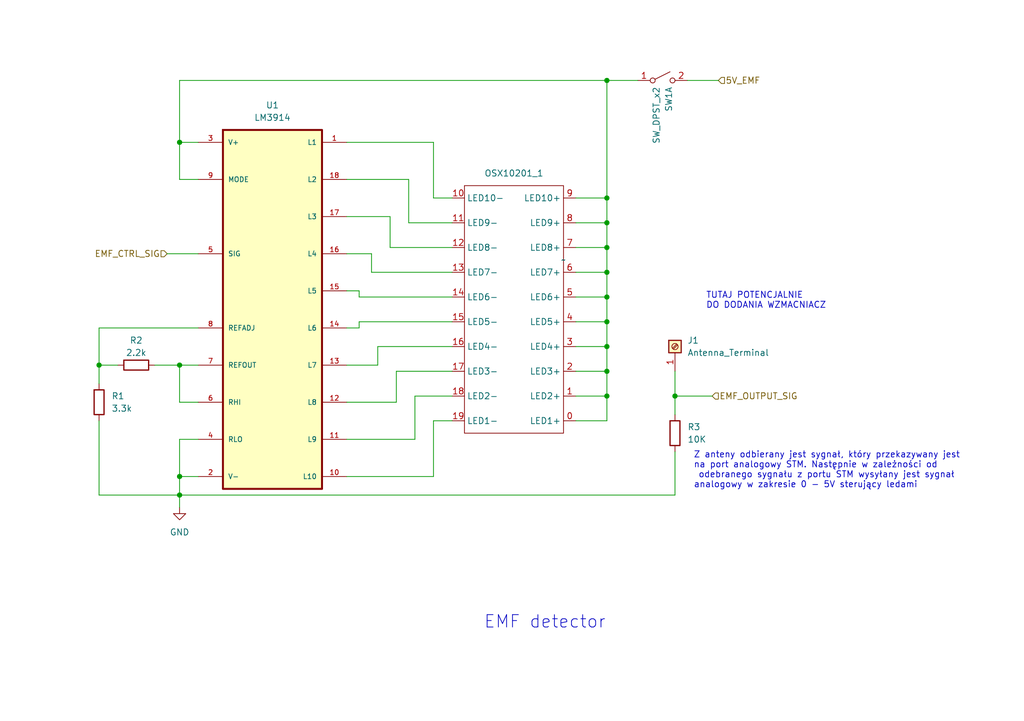
<source format=kicad_sch>
(kicad_sch (version 20231120) (generator "eeschema") (generator_version "8.0")
  (paper "A5")
  (lib_symbols
    (symbol "Connector:Screw_Terminal_01x01" (pin_names (offset 1.016) hide)
      (property "Reference" "J" (at 0 2.54 0))
      (property "Value" "Screw_Terminal_01x01" (at 0 -2.54 0))
      (symbol "Screw_Terminal_01x01_1_1"
        (rectangle (start -1.27 1.27) (end 1.27 -1.27) (stroke (width 0.254)) (fill (type background)))
        (polyline (pts (xy -0.5334 0.3302) (xy 0.3302 -0.508)) (stroke (width 0.1524)))
        (polyline (pts (xy -0.3556 0.508) (xy 0.508 -0.3302)) (stroke (width 0.1524)))
        (circle (center 0 0) (radius 0.635) (stroke (width 0.1524)))
        (pin passive line (at -5.08 0 0) (length 3.81) (name "Pin_1") (number "1"))
      )
    )
    (symbol "Device:R" (pin_numbers hide) (pin_names (offset 0))
      (property "Reference" "R" (at 2.032 0 90))
      (property "Value" "R" (at 0 0 90))
      (symbol "R_0_1"
        (rectangle (start -1.016 -2.54) (end 1.016 2.54) (stroke (width 0.254)))
      )
      (symbol "R_1_1"
        (pin passive line (at 0 3.81 270) (length 1.27) (name "~") (number "1"))
        (pin passive line (at 0 -3.81 90) (length 1.27) (name "~") (number "2"))
      )
    )
    (symbol "LM3916:LM3916" (pin_names (offset 1.016))
      (property "Reference" "U" (at -10.175 33.7046 0))
      (property "Value" "LM3916" (at -10.1741 -43.24 0))
      (symbol "LM3916_0_0"
        (rectangle (start -10.16 -40.64) (end 10.16 33.02) (stroke (width 0.4064)) (fill (type background)))
        (pin output line (at 15.24 30.48 180) (length 5.08) (name "L1") (number "1"))
        (pin output line (at 15.24 -38.1 180) (length 5.08) (name "L10") (number "10"))
        (pin output line (at 15.24 -30.48 180) (length 5.08) (name "L9") (number "11"))
        (pin output line (at 15.24 -22.86 180) (length 5.08) (name "L8") (number "12"))
        (pin output line (at 15.24 -15.24 180) (length 5.08) (name "L7") (number "13"))
        (pin output line (at 15.24 -7.62 180) (length 5.08) (name "L6") (number "14"))
        (pin output line (at 15.24 0 180) (length 5.08) (name "L5") (number "15"))
        (pin output line (at 15.24 7.62 180) (length 5.08) (name "L4") (number "16"))
        (pin output line (at 15.24 15.24 180) (length 5.08) (name "L3") (number "17"))
        (pin output line (at 15.24 22.86 180) (length 5.08) (name "L2") (number "18"))
        (pin power_in line (at -15.24 -38.1 0) (length 5.08) (name "V-") (number "2"))
        (pin power_in line (at -15.24 30.48 0) (length 5.08) (name "V+") (number "3"))
        (pin input line (at -15.24 -30.48 0) (length 5.08) (name "RLO") (number "4"))
        (pin input line (at -15.24 7.62 0) (length 5.08) (name "SIG") (number "5"))
        (pin input line (at -15.24 -22.86 0) (length 5.08) (name "RHI") (number "6"))
        (pin output line (at -15.24 -15.24 0) (length 5.08) (name "REFOUT") (number "7"))
        (pin input line (at -15.24 -7.62 0) (length 5.08) (name "REFADJ") (number "8"))
        (pin input line (at -15.24 22.86 0) (length 5.08) (name "MODE") (number "9"))
      )
    )
    (symbol "PMIK:OSX10201"
      (property "Reference" "OSX10201_" (at 0 26.67 0))
      (symbol "OSX10201_0_1"
        (rectangle (start -10.16 25.4) (end 10.16 -25.4))
      )
      (symbol "OSX10201_1_1"
        (pin input line (at -12.7 22.86 0) (length 2.54) (name "LED1+") (number "0"))
        (pin input line (at -12.7 17.78 0) (length 2.54) (name "LED2+") (number "1"))
        (pin output line (at 12.7 -22.86 180) (length 2.54) (name "LED10-") (number "10"))
        (pin output line (at 12.7 -17.78 180) (length 2.54) (name "LED9-") (number "11"))
        (pin output line (at 12.7 -12.7 180) (length 2.54) (name "LED8-") (number "12"))
        (pin output line (at 12.7 -7.62 180) (length 2.54) (name "LED7-") (number "13"))
        (pin output line (at 12.7 -2.54 180) (length 2.54) (name "LED6-") (number "14"))
        (pin output line (at 12.7 2.54 180) (length 2.54) (name "LED5-") (number "15"))
        (pin output line (at 12.7 7.62 180) (length 2.54) (name "LED4-") (number "16"))
        (pin output line (at 12.7 12.7 180) (length 2.54) (name "LED3-") (number "17"))
        (pin output line (at 12.7 17.78 180) (length 2.54) (name "LED2-") (number "18"))
        (pin output line (at 12.7 22.86 180) (length 2.54) (name "LED1-") (number "19"))
        (pin input line (at -12.7 12.7 0) (length 2.54) (name "LED3+") (number "2"))
        (pin input line (at -12.7 7.62 0) (length 2.54) (name "LED4+") (number "3"))
        (pin input line (at -12.7 2.54 0) (length 2.54) (name "LED5+") (number "4"))
        (pin input line (at -12.7 -2.54 0) (length 2.54) (name "LED6+") (number "5"))
        (pin input line (at -12.7 -7.62 0) (length 2.54) (name "LED7+") (number "6"))
        (pin input line (at -12.7 -12.7 0) (length 2.54) (name "LED8+") (number "7"))
        (pin input line (at -12.7 -17.78 0) (length 2.54) (name "LED9+") (number "8"))
        (pin input line (at -12.7 -22.86 0) (length 2.54) (name "LED10+") (number "9"))
      )
    )
    (symbol "Switch:SW_DPST_x2" (pin_names (offset 0) hide)
      (property "Reference" "SW" (at 0 3.175 0))
      (property "Value" "SW_DPST_x2" (at 0 -2.54 0))
      (symbol "SW_DPST_x2_0_0"
        (circle (center -2.032 0) (radius 0.508))
        (polyline (pts (xy -1.524 0.254) (xy 1.524 1.778)))
        (circle (center 2.032 0) (radius 0.508))
      )
      (symbol "SW_DPST_x2_1_1"
        (pin passive line (at -5.08 0 0) (length 2.54) (name "A") (number "1"))
        (pin passive line (at 5.08 0 180) (length 2.54) (name "B") (number "2"))
      )
      (symbol "SW_DPST_x2_2_1"
        (pin passive line (at -5.08 0 0) (length 2.54) (name "A") (number "3"))
        (pin passive line (at 5.08 0 180) (length 2.54) (name "B") (number "4"))
      )
    )
    (symbol "power:GND" (power) (pin_names (offset 0))
      (property "Value" "GND" (at 0 -3.81 0))
      (symbol "GND_0_1"
        (polyline (pts (xy 0 0) (xy 0 -1.27) (xy 1.27 -1.27) (xy 0 -2.54) (xy -1.27 -1.27) (xy 0 -1.27)))
      )
      (symbol "GND_1_1"
        (pin power_in line (at 0 0 270) (length 0) hide (name "GND") (number "1"))
      )
    )
  )
  (junction (at 20.32 74.93))
  (junction (at 36.83 29.21))
  (junction (at 124.46 45.72))
  (junction (at 124.46 76.2))
  (junction (at 138.43 81.28))
  (junction (at 124.46 40.64))
  (junction (at 124.46 60.96))
  (junction (at 124.46 81.28))
  (junction (at 124.46 66.04))
  (junction (at 124.46 55.88))
  (junction (at 36.83 74.93))
  (junction (at 36.83 101.6))
  (junction (at 124.46 50.8))
  (junction (at 124.46 71.12))
  (junction (at 124.46 16.51))
  (junction (at 36.83 97.79))
  (wire (pts (xy 71.12 74.93) (xy 77.47 74.93)))
  (wire (pts (xy 88.9 40.64) (xy 92.71 40.64)))
  (wire (pts (xy 140.97 16.51) (xy 147.32 16.51)))
  (wire (pts (xy 20.32 101.6) (xy 20.32 86.36)))
  (wire (pts (xy 124.46 16.51) (xy 124.46 40.64)))
  (wire (pts (xy 34.29 52.07) (xy 40.64 52.07)))
  (wire (pts (xy 124.46 50.8) (xy 124.46 55.88)))
  (wire (pts (xy 36.83 82.55) (xy 40.64 82.55)))
  (wire (pts (xy 36.83 82.55) (xy 36.83 74.93)))
  (wire (pts (xy 36.83 97.79) (xy 40.64 97.79)))
  (wire (pts (xy 85.09 90.17) (xy 85.09 81.28)))
  (wire (pts (xy 36.83 74.93) (xy 40.64 74.93)))
  (wire (pts (xy 138.43 81.28) (xy 146.05 81.28)))
  (wire (pts (xy 36.83 29.21) (xy 40.64 29.21)))
  (wire (pts (xy 124.46 76.2) (xy 124.46 81.28)))
  (wire (pts (xy 36.83 16.51) (xy 36.83 29.21)))
  (wire (pts (xy 20.32 74.93) (xy 20.32 78.74)))
  (wire (pts (xy 71.12 90.17) (xy 85.09 90.17)))
  (wire (pts (xy 71.12 67.31) (xy 73.66 67.31)))
  (wire (pts (xy 81.28 82.55) (xy 81.28 76.2)))
  (wire (pts (xy 71.12 82.55) (xy 81.28 82.55)))
  (wire (pts (xy 80.01 50.8) (xy 92.71 50.8)))
  (wire (pts (xy 118.11 60.96) (xy 124.46 60.96)))
  (wire (pts (xy 76.2 52.07) (xy 76.2 55.88)))
  (wire (pts (xy 85.09 81.28) (xy 92.71 81.28)))
  (wire (pts (xy 124.46 60.96) (xy 124.46 66.04)))
  (wire (pts (xy 36.83 101.6) (xy 138.43 101.6)))
  (wire (pts (xy 40.64 36.83) (xy 36.83 36.83)))
  (wire (pts (xy 124.46 16.51) (xy 36.83 16.51)))
  (wire (pts (xy 20.32 101.6) (xy 36.83 101.6)))
  (wire (pts (xy 118.11 71.12) (xy 124.46 71.12)))
  (wire (pts (xy 71.12 97.79) (xy 88.9 97.79)))
  (wire (pts (xy 138.43 76.2) (xy 138.43 81.28)))
  (wire (pts (xy 88.9 29.21) (xy 88.9 40.64)))
  (wire (pts (xy 124.46 81.28) (xy 124.46 86.36)))
  (wire (pts (xy 118.11 50.8) (xy 124.46 50.8)))
  (wire (pts (xy 124.46 40.64) (xy 124.46 45.72)))
  (wire (pts (xy 31.75 74.93) (xy 36.83 74.93)))
  (wire (pts (xy 20.32 67.31) (xy 40.64 67.31)))
  (wire (pts (xy 76.2 55.88) (xy 92.71 55.88)))
  (wire (pts (xy 71.12 29.21) (xy 88.9 29.21)))
  (wire (pts (xy 138.43 92.71) (xy 138.43 101.6)))
  (wire (pts (xy 73.66 59.69) (xy 73.66 60.96)))
  (wire (pts (xy 124.46 55.88) (xy 124.46 60.96)))
  (wire (pts (xy 118.11 66.04) (xy 124.46 66.04)))
  (wire (pts (xy 138.43 81.28) (xy 138.43 85.09)))
  (wire (pts (xy 124.46 16.51) (xy 130.81 16.51)))
  (wire (pts (xy 83.82 45.72) (xy 92.71 45.72)))
  (wire (pts (xy 80.01 44.45) (xy 80.01 50.8)))
  (wire (pts (xy 88.9 86.36) (xy 92.71 86.36)))
  (wire (pts (xy 118.11 40.64) (xy 124.46 40.64)))
  (wire (pts (xy 118.11 81.28) (xy 124.46 81.28)))
  (wire (pts (xy 20.32 74.93) (xy 24.13 74.93)))
  (wire (pts (xy 77.47 74.93) (xy 77.47 71.12)))
  (wire (pts (xy 124.46 45.72) (xy 124.46 50.8)))
  (wire (pts (xy 36.83 90.17) (xy 36.83 97.79)))
  (wire (pts (xy 81.28 76.2) (xy 92.71 76.2)))
  (wire (pts (xy 73.66 66.04) (xy 92.71 66.04)))
  (wire (pts (xy 118.11 86.36) (xy 124.46 86.36)))
  (wire (pts (xy 124.46 66.04) (xy 124.46 71.12)))
  (wire (pts (xy 40.64 90.17) (xy 36.83 90.17)))
  (wire (pts (xy 77.47 71.12) (xy 92.71 71.12)))
  (wire (pts (xy 20.32 74.93) (xy 20.32 67.31)))
  (wire (pts (xy 36.83 101.6) (xy 36.83 104.14)))
  (wire (pts (xy 73.66 66.04) (xy 73.66 67.31)))
  (wire (pts (xy 71.12 44.45) (xy 80.01 44.45)))
  (wire (pts (xy 36.83 36.83) (xy 36.83 29.21)))
  (wire (pts (xy 118.11 45.72) (xy 124.46 45.72)))
  (wire (pts (xy 36.83 97.79) (xy 36.83 101.6)))
  (wire (pts (xy 118.11 76.2) (xy 124.46 76.2)))
  (wire (pts (xy 118.11 55.88) (xy 124.46 55.88)))
  (wire (pts (xy 124.46 71.12) (xy 124.46 76.2)))
  (wire (pts (xy 71.12 36.83) (xy 83.82 36.83)))
  (wire (pts (xy 71.12 52.07) (xy 76.2 52.07)))
  (wire (pts (xy 83.82 36.83) (xy 83.82 45.72)))
  (wire (pts (xy 88.9 97.79) (xy 88.9 86.36)))
  (wire (pts (xy 71.12 59.69) (xy 73.66 59.69)))
  (wire (pts (xy 73.66 60.96) (xy 92.71 60.96)))
  (text "EMF detector" (at 111.76 127.762 0) (effects (font (size 2.54 2.54))))
  (text "TUTAJ POTENCJALNIE\nDO DODANIA WZMACNIACZ\n" (at 144.78 63.5 0) (effects (font (size 1.27 1.27)) (justify left bottom)))
  (text "Z anteny odbierany jest sygnał, który przekazywany jest\nna port analogowy STM. Następnie w zależności od\n odebranego sygnału z portu STM wysyłany jest sygnał\nanalogowy w zakresie 0 - 5V sterujący ledami" (at 142.24 100.33 0) (effects (font (size 1.27 1.27)) (justify left bottom)))
  (hierarchical_label "EMF_CTRL_SIG" (shape input) (at 34.29 52.07 180))
  (hierarchical_label "5V_EMF" (shape input) (at 147.32 16.51 0))
  (hierarchical_label "EMF_OUTPUT_SIG" (shape input) (at 146.05 81.28 0))
  (symbol (lib_id "Switch:SW_DPST_x2") (at 135.89 16.51 0) (unit 1)
    (property "Reference" "SW1" (at 137.16 17.78 90) (effects (justify right)))
    (property "Value" "SW_DPST_x2" (at 134.62 17.78 90) (effects (justify right)))
  )
  (symbol (lib_id "Connector:Screw_Terminal_01x01") (at 138.43 71.12 90) (unit 1)
    (property "Reference" "J1" (at 140.97 69.85 90) (effects (justify right)))
    (property "Value" "Antenna_Terminal" (at 140.97 72.39 90) (effects (justify right)))
  )
  (symbol (lib_id "LM3916:LM3916") (at 55.88 59.69 0) (unit 1)
    (property "Reference" "U1" (at 55.88 21.59 0))
    (property "Value" "LM3914" (at 55.88 24.13 0))
    (property "Footprint" "LM3916:DIL18" (effects (hide yes)))
    (property "Description" "\nLED, LCD, Vacuum Fluorescent (VF) Driver 18-DIP\n" (effects (hide yes)))
    (property "MF" "Texas Instruments" (effects (hide yes)))
    (property "Package" "None" (effects (hide yes)))
    (property "Price" "None" (effects (hide yes)))
    (property "SnapEDA_Link" "https://www.snapeda.com/parts/LM3916/Texas+Instruments/view-part/?ref=snap" (effects (hide yes)))
    (property "MP" "LM3916" (effects (hide yes)))
    (property "Availability" "Not in stock" (effects (hide yes)))
    (property "Check_prices" "https://www.snapeda.com/parts/LM3916/Texas+Instruments/view-part/?ref=eda" (effects (hide yes)))
  )
  (symbol (lib_id "PMIK:OSX10201") (at 105.41 63.5 180) (unit 1)
    (property "Reference" "OSX10201_1" (at 105.41 35.56 0))
    (property "Value" "~" (at 115.57 53.34 0))
  )
  (symbol (lib_id "Device:R") (at 20.32 82.55 0) (unit 1)
    (property "Reference" "R1" (at 22.86 81.28 0) (effects (justify left)))
    (property "Value" "3.3k" (at 22.86 83.82 0) (effects (justify left)))
  )
  (symbol (lib_id "Device:R") (at 27.94 74.93 90) (unit 1)
    (property "Reference" "R2" (at 27.94 69.85 90))
    (property "Value" "2.2k" (at 27.94 72.39 90))
  )
  (symbol (lib_id "power:GND") (at 36.83 104.14 0) (unit 1)
    (property "Reference" "#PWR01" (effects (hide yes)))
    (property "Value" "GND" (at 36.83 109.22 0))
  )
  (symbol (lib_id "Device:R") (at 138.43 88.9 0) (unit 1)
    (property "Reference" "R3" (at 140.97 87.63 0) (effects (justify left)))
    (property "Value" "10K" (at 140.97 90.17 0) (effects (justify left)))
  )
)
</source>
